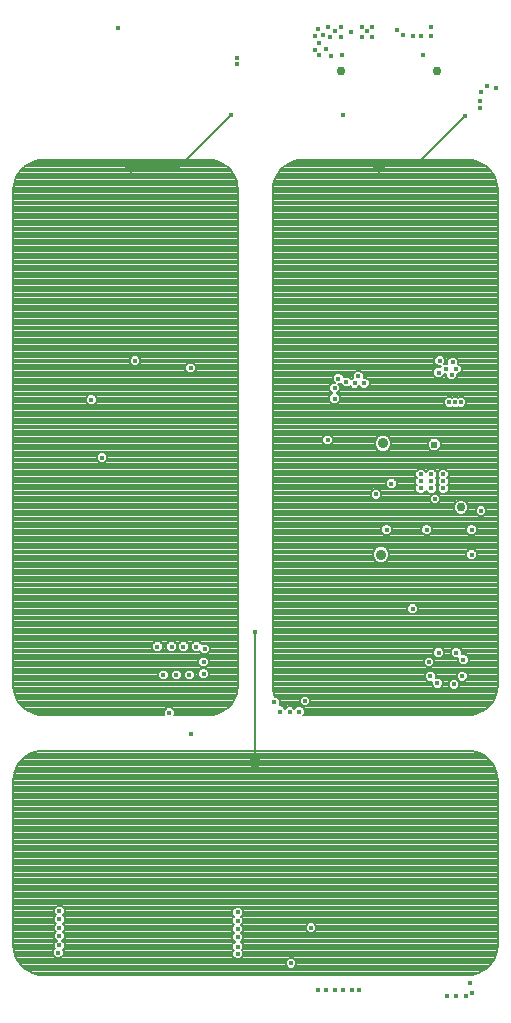
<source format=gbl>
G75*
%MOIN*%
%OFA0B0*%
%FSLAX25Y25*%
%IPPOS*%
%LPD*%
%AMOC8*
5,1,8,0,0,1.08239X$1,22.5*
%
%ADD10C,0.03937*%
%ADD11C,0.01587*%
%ADD12C,0.02953*%
%ADD13C,0.03543*%
%ADD14C,0.02375*%
%ADD15C,0.00787*%
D10*
X0129346Y0143126D03*
X0088008Y0341551D03*
X0170685Y0341551D03*
D11*
X0158480Y0358874D03*
X0154543Y0378559D03*
X0152969Y0380921D03*
X0150606Y0378953D03*
X0149031Y0380528D03*
X0150606Y0382890D03*
X0149031Y0385252D03*
X0150213Y0387614D03*
X0151787Y0385646D03*
X0154150Y0384858D03*
X0155724Y0386827D03*
X0157693Y0388402D03*
X0157693Y0384858D03*
X0161236Y0386433D03*
X0164780Y0384858D03*
X0166354Y0386827D03*
X0164780Y0388402D03*
X0168323Y0388402D03*
X0168323Y0384858D03*
X0176591Y0387220D03*
X0178559Y0385646D03*
X0181709Y0385252D03*
X0184465Y0385252D03*
X0188008Y0385252D03*
X0188008Y0388402D03*
X0185252Y0378953D03*
X0199031Y0358480D03*
X0204150Y0361236D03*
X0204150Y0363598D03*
X0204543Y0366748D03*
X0206512Y0368717D03*
X0209661Y0367929D03*
X0158087Y0378953D03*
X0153362Y0388402D03*
X0123047Y0377772D03*
X0123047Y0375803D03*
X0121079Y0358874D03*
X0083677Y0388008D03*
X0089189Y0276984D03*
X0074622Y0263992D03*
X0078165Y0244701D03*
X0107693Y0274622D03*
X0153362Y0250606D03*
X0155724Y0264386D03*
X0155724Y0267929D03*
X0156906Y0271079D03*
X0159661Y0269898D03*
X0162417Y0269504D03*
X0163598Y0271866D03*
X0165567Y0269504D03*
X0184465Y0239189D03*
X0184465Y0236827D03*
X0184465Y0234465D03*
X0188008Y0234465D03*
X0188008Y0236827D03*
X0188008Y0239189D03*
X0191945Y0239189D03*
X0191945Y0236827D03*
X0191945Y0234465D03*
X0189189Y0230921D03*
X0186433Y0220685D03*
X0174622Y0236039D03*
X0169504Y0232496D03*
X0173047Y0220685D03*
X0181709Y0194307D03*
X0190370Y0179740D03*
X0187220Y0176591D03*
X0187614Y0171866D03*
X0189976Y0169504D03*
X0195488Y0169110D03*
X0198244Y0171866D03*
X0198638Y0177378D03*
X0196276Y0179740D03*
X0201394Y0212417D03*
X0201394Y0220685D03*
X0204543Y0226984D03*
X0197850Y0263205D03*
X0195882Y0263205D03*
X0193913Y0263205D03*
X0194701Y0272260D03*
X0196276Y0274228D03*
X0195094Y0276591D03*
X0192732Y0274228D03*
X0190370Y0273047D03*
X0190764Y0276984D03*
X0129346Y0186433D03*
X0112417Y0180921D03*
X0109661Y0181709D03*
X0105331Y0181709D03*
X0101394Y0181709D03*
X0096669Y0181709D03*
X0098638Y0172260D03*
X0102969Y0172260D03*
X0107299Y0172260D03*
X0112024Y0172654D03*
X0112024Y0176591D03*
X0100606Y0159661D03*
X0107693Y0152575D03*
X0135646Y0163205D03*
X0137614Y0160055D03*
X0140764Y0160055D03*
X0143913Y0160055D03*
X0145882Y0163598D03*
X0123441Y0093126D03*
X0123441Y0090370D03*
X0123441Y0087614D03*
X0123441Y0084858D03*
X0123441Y0081709D03*
X0123441Y0079346D03*
X0141157Y0076197D03*
X0147850Y0088008D03*
X0150213Y0067142D03*
X0152969Y0067142D03*
X0155724Y0067142D03*
X0158480Y0067142D03*
X0161630Y0067142D03*
X0163992Y0067142D03*
X0193126Y0065173D03*
X0196276Y0065173D03*
X0199425Y0065173D03*
X0201394Y0066354D03*
X0201000Y0069504D03*
X0063992Y0082102D03*
X0063598Y0079740D03*
X0063992Y0085252D03*
X0063992Y0088008D03*
X0063992Y0090764D03*
X0063992Y0093520D03*
D12*
X0197850Y0228165D03*
X0189976Y0373441D03*
X0157693Y0373441D03*
D13*
X0171866Y0249425D03*
X0171222Y0212417D03*
D14*
X0188909Y0249031D03*
D15*
X0050200Y0076781D02*
X0051042Y0075657D01*
X0052035Y0074664D01*
X0053159Y0073822D01*
X0054392Y0073149D01*
X0055707Y0072659D01*
X0057080Y0072360D01*
X0058480Y0072260D01*
X0200213Y0072260D01*
X0201613Y0072360D01*
X0202986Y0072659D01*
X0204301Y0073149D01*
X0205534Y0073822D01*
X0206658Y0074664D01*
X0207651Y0075657D01*
X0208493Y0076781D01*
X0209166Y0078014D01*
X0209656Y0079329D01*
X0209955Y0080702D01*
X0210055Y0082102D01*
X0210055Y0137220D01*
X0209955Y0138621D01*
X0209656Y0139993D01*
X0209166Y0141309D01*
X0208493Y0142542D01*
X0207651Y0143666D01*
X0206658Y0144659D01*
X0205534Y0145501D01*
X0204301Y0146174D01*
X0202986Y0146664D01*
X0201613Y0146963D01*
X0200213Y0147063D01*
X0058480Y0147063D01*
X0057080Y0146963D01*
X0055707Y0146664D01*
X0054392Y0146174D01*
X0053159Y0145501D01*
X0052035Y0144659D01*
X0051042Y0143666D01*
X0050200Y0142542D01*
X0049527Y0141309D01*
X0049036Y0139993D01*
X0048738Y0138621D01*
X0048638Y0137220D01*
X0048638Y0082102D01*
X0048738Y0080702D01*
X0049036Y0079329D01*
X0049527Y0078014D01*
X0050200Y0076781D01*
X0050131Y0076908D02*
X0139370Y0076908D01*
X0139370Y0076937D02*
X0139370Y0075456D01*
X0140417Y0074409D01*
X0141898Y0074409D01*
X0142945Y0075456D01*
X0142945Y0076937D01*
X0141898Y0077984D01*
X0140417Y0077984D01*
X0139370Y0076937D01*
X0139370Y0076122D02*
X0050693Y0076122D01*
X0051362Y0075337D02*
X0139490Y0075337D01*
X0140276Y0074551D02*
X0052186Y0074551D01*
X0053265Y0073765D02*
X0205428Y0073765D01*
X0206507Y0074551D02*
X0142039Y0074551D01*
X0142825Y0075337D02*
X0207331Y0075337D01*
X0208000Y0076122D02*
X0142945Y0076122D01*
X0142945Y0076908D02*
X0208562Y0076908D01*
X0208991Y0077694D02*
X0142188Y0077694D01*
X0140127Y0077694D02*
X0124316Y0077694D01*
X0124181Y0077559D02*
X0125228Y0078606D01*
X0125228Y0080087D01*
X0124788Y0080528D01*
X0125228Y0080968D01*
X0125228Y0082449D01*
X0124394Y0083283D01*
X0125228Y0084118D01*
X0125228Y0085599D01*
X0124591Y0086236D01*
X0125228Y0086874D01*
X0125228Y0088355D01*
X0124591Y0088992D01*
X0125228Y0089630D01*
X0125228Y0091110D01*
X0124591Y0091748D01*
X0125228Y0092386D01*
X0125228Y0093866D01*
X0124181Y0094913D01*
X0122701Y0094913D01*
X0121654Y0093866D01*
X0121654Y0092386D01*
X0122291Y0091748D01*
X0121654Y0091110D01*
X0121654Y0089630D01*
X0122291Y0088992D01*
X0121654Y0088355D01*
X0121654Y0086874D01*
X0122291Y0086236D01*
X0121654Y0085599D01*
X0121654Y0084118D01*
X0122488Y0083283D01*
X0121654Y0082449D01*
X0121654Y0080968D01*
X0122094Y0080528D01*
X0121654Y0080087D01*
X0121654Y0078606D01*
X0122701Y0077559D01*
X0124181Y0077559D01*
X0125102Y0078480D02*
X0209340Y0078480D01*
X0209633Y0079266D02*
X0125228Y0079266D01*
X0125228Y0080052D02*
X0209814Y0080052D01*
X0209965Y0080838D02*
X0125098Y0080838D01*
X0125228Y0081624D02*
X0210021Y0081624D01*
X0210055Y0082410D02*
X0125228Y0082410D01*
X0124482Y0083196D02*
X0210055Y0083196D01*
X0210055Y0083982D02*
X0125092Y0083982D01*
X0125228Y0084767D02*
X0210055Y0084767D01*
X0210055Y0085553D02*
X0125228Y0085553D01*
X0124694Y0086339D02*
X0146991Y0086339D01*
X0147110Y0086220D02*
X0148591Y0086220D01*
X0149638Y0087267D01*
X0149638Y0088748D01*
X0148591Y0089795D01*
X0147110Y0089795D01*
X0146063Y0088748D01*
X0146063Y0087267D01*
X0147110Y0086220D01*
X0146205Y0087125D02*
X0125228Y0087125D01*
X0125228Y0087911D02*
X0146063Y0087911D01*
X0146063Y0088697D02*
X0124886Y0088697D01*
X0125082Y0089483D02*
X0146798Y0089483D01*
X0148903Y0089483D02*
X0210055Y0089483D01*
X0210055Y0090269D02*
X0125228Y0090269D01*
X0125228Y0091055D02*
X0210055Y0091055D01*
X0210055Y0091841D02*
X0124683Y0091841D01*
X0125228Y0092627D02*
X0210055Y0092627D01*
X0210055Y0093412D02*
X0125228Y0093412D01*
X0124896Y0094198D02*
X0210055Y0094198D01*
X0210055Y0094984D02*
X0065055Y0094984D01*
X0064732Y0095307D02*
X0065780Y0094260D01*
X0065780Y0092779D01*
X0065142Y0092142D01*
X0065780Y0091504D01*
X0065780Y0090023D01*
X0065142Y0089386D01*
X0065780Y0088748D01*
X0065780Y0087267D01*
X0065142Y0086630D01*
X0065780Y0085992D01*
X0065780Y0084512D01*
X0064945Y0083677D01*
X0065780Y0082843D01*
X0065780Y0081362D01*
X0065142Y0080724D01*
X0065386Y0080481D01*
X0065386Y0079000D01*
X0064339Y0077953D01*
X0062858Y0077953D01*
X0061811Y0079000D01*
X0061811Y0080481D01*
X0062449Y0081118D01*
X0062205Y0081362D01*
X0062205Y0082843D01*
X0063039Y0083677D01*
X0062205Y0084512D01*
X0062205Y0085992D01*
X0062842Y0086630D01*
X0062205Y0087267D01*
X0062205Y0088748D01*
X0062842Y0089386D01*
X0062205Y0090023D01*
X0062205Y0091504D01*
X0062842Y0092142D01*
X0062205Y0092779D01*
X0062205Y0094260D01*
X0063252Y0095307D01*
X0064732Y0095307D01*
X0065780Y0094198D02*
X0121986Y0094198D01*
X0121654Y0093412D02*
X0065780Y0093412D01*
X0065627Y0092627D02*
X0121654Y0092627D01*
X0122198Y0091841D02*
X0065443Y0091841D01*
X0065780Y0091055D02*
X0121654Y0091055D01*
X0121654Y0090269D02*
X0065780Y0090269D01*
X0065239Y0089483D02*
X0121800Y0089483D01*
X0121996Y0088697D02*
X0065780Y0088697D01*
X0065780Y0087911D02*
X0121654Y0087911D01*
X0121654Y0087125D02*
X0065637Y0087125D01*
X0065433Y0086339D02*
X0122188Y0086339D01*
X0121654Y0085553D02*
X0065780Y0085553D01*
X0065780Y0084767D02*
X0121654Y0084767D01*
X0121790Y0083982D02*
X0065249Y0083982D01*
X0065427Y0083196D02*
X0122400Y0083196D01*
X0121654Y0082410D02*
X0065780Y0082410D01*
X0065780Y0081624D02*
X0121654Y0081624D01*
X0121784Y0080838D02*
X0065255Y0080838D01*
X0065386Y0080052D02*
X0121654Y0080052D01*
X0121654Y0079266D02*
X0065386Y0079266D01*
X0064866Y0078480D02*
X0121779Y0078480D01*
X0122565Y0077694D02*
X0049702Y0077694D01*
X0049353Y0078480D02*
X0062331Y0078480D01*
X0061811Y0079266D02*
X0049060Y0079266D01*
X0048879Y0080052D02*
X0061811Y0080052D01*
X0062168Y0080838D02*
X0048728Y0080838D01*
X0048672Y0081624D02*
X0062205Y0081624D01*
X0062205Y0082410D02*
X0048638Y0082410D01*
X0048638Y0083196D02*
X0062558Y0083196D01*
X0062735Y0083982D02*
X0048638Y0083982D01*
X0048638Y0084767D02*
X0062205Y0084767D01*
X0062205Y0085553D02*
X0048638Y0085553D01*
X0048638Y0086339D02*
X0062552Y0086339D01*
X0062347Y0087125D02*
X0048638Y0087125D01*
X0048638Y0087911D02*
X0062205Y0087911D01*
X0062205Y0088697D02*
X0048638Y0088697D01*
X0048638Y0089483D02*
X0062745Y0089483D01*
X0062205Y0090269D02*
X0048638Y0090269D01*
X0048638Y0091055D02*
X0062205Y0091055D01*
X0062541Y0091841D02*
X0048638Y0091841D01*
X0048638Y0092627D02*
X0062357Y0092627D01*
X0062205Y0093412D02*
X0048638Y0093412D01*
X0048638Y0094198D02*
X0062205Y0094198D01*
X0062929Y0094984D02*
X0048638Y0094984D01*
X0048638Y0095770D02*
X0210055Y0095770D01*
X0210055Y0096556D02*
X0048638Y0096556D01*
X0048638Y0097342D02*
X0210055Y0097342D01*
X0210055Y0098128D02*
X0048638Y0098128D01*
X0048638Y0098914D02*
X0210055Y0098914D01*
X0210055Y0099700D02*
X0048638Y0099700D01*
X0048638Y0100486D02*
X0210055Y0100486D01*
X0210055Y0101272D02*
X0048638Y0101272D01*
X0048638Y0102058D02*
X0210055Y0102058D01*
X0210055Y0102843D02*
X0048638Y0102843D01*
X0048638Y0103629D02*
X0210055Y0103629D01*
X0210055Y0104415D02*
X0048638Y0104415D01*
X0048638Y0105201D02*
X0210055Y0105201D01*
X0210055Y0105987D02*
X0048638Y0105987D01*
X0048638Y0106773D02*
X0210055Y0106773D01*
X0210055Y0107559D02*
X0048638Y0107559D01*
X0048638Y0108345D02*
X0210055Y0108345D01*
X0210055Y0109131D02*
X0048638Y0109131D01*
X0048638Y0109917D02*
X0210055Y0109917D01*
X0210055Y0110703D02*
X0048638Y0110703D01*
X0048638Y0111488D02*
X0210055Y0111488D01*
X0210055Y0112274D02*
X0048638Y0112274D01*
X0048638Y0113060D02*
X0210055Y0113060D01*
X0210055Y0113846D02*
X0048638Y0113846D01*
X0048638Y0114632D02*
X0210055Y0114632D01*
X0210055Y0115418D02*
X0048638Y0115418D01*
X0048638Y0116204D02*
X0210055Y0116204D01*
X0210055Y0116990D02*
X0048638Y0116990D01*
X0048638Y0117776D02*
X0210055Y0117776D01*
X0210055Y0118562D02*
X0048638Y0118562D01*
X0048638Y0119348D02*
X0210055Y0119348D01*
X0210055Y0120134D02*
X0048638Y0120134D01*
X0048638Y0120919D02*
X0210055Y0120919D01*
X0210055Y0121705D02*
X0048638Y0121705D01*
X0048638Y0122491D02*
X0210055Y0122491D01*
X0210055Y0123277D02*
X0048638Y0123277D01*
X0048638Y0124063D02*
X0210055Y0124063D01*
X0210055Y0124849D02*
X0048638Y0124849D01*
X0048638Y0125635D02*
X0210055Y0125635D01*
X0210055Y0126421D02*
X0048638Y0126421D01*
X0048638Y0127207D02*
X0210055Y0127207D01*
X0210055Y0127993D02*
X0048638Y0127993D01*
X0048638Y0128779D02*
X0210055Y0128779D01*
X0210055Y0129564D02*
X0048638Y0129564D01*
X0048638Y0130350D02*
X0210055Y0130350D01*
X0210055Y0131136D02*
X0048638Y0131136D01*
X0048638Y0131922D02*
X0210055Y0131922D01*
X0210055Y0132708D02*
X0048638Y0132708D01*
X0048638Y0133494D02*
X0210055Y0133494D01*
X0210055Y0134280D02*
X0048638Y0134280D01*
X0048638Y0135066D02*
X0210055Y0135066D01*
X0210055Y0135852D02*
X0048638Y0135852D01*
X0048638Y0136638D02*
X0210055Y0136638D01*
X0210041Y0137424D02*
X0048652Y0137424D01*
X0048709Y0138210D02*
X0209984Y0138210D01*
X0209874Y0138995D02*
X0048819Y0138995D01*
X0048990Y0139781D02*
X0209703Y0139781D01*
X0209442Y0140567D02*
X0049251Y0140567D01*
X0049551Y0141353D02*
X0209142Y0141353D01*
X0208713Y0142139D02*
X0049980Y0142139D01*
X0050487Y0142925D02*
X0208206Y0142925D01*
X0207606Y0143711D02*
X0051087Y0143711D01*
X0051873Y0144497D02*
X0206820Y0144497D01*
X0205825Y0145283D02*
X0052868Y0145283D01*
X0054199Y0146069D02*
X0204493Y0146069D01*
X0202111Y0146855D02*
X0056582Y0146855D01*
X0057080Y0158974D02*
X0055707Y0159273D01*
X0054392Y0159763D01*
X0053159Y0160436D01*
X0052035Y0161278D01*
X0051042Y0162271D01*
X0050200Y0163395D01*
X0049527Y0164628D01*
X0049036Y0165944D01*
X0048738Y0167316D01*
X0048638Y0168717D01*
X0048638Y0334071D01*
X0048738Y0335472D01*
X0049036Y0336844D01*
X0049527Y0338160D01*
X0050200Y0339392D01*
X0051042Y0340516D01*
X0052035Y0341509D01*
X0053159Y0342351D01*
X0054392Y0343024D01*
X0055707Y0343515D01*
X0057080Y0343813D01*
X0058480Y0343913D01*
X0113598Y0343913D01*
X0114999Y0343813D01*
X0116371Y0343515D01*
X0117687Y0343024D01*
X0118920Y0342351D01*
X0120044Y0341509D01*
X0121037Y0340516D01*
X0121878Y0339392D01*
X0122552Y0338160D01*
X0123042Y0336844D01*
X0123341Y0335472D01*
X0123441Y0334071D01*
X0123441Y0168717D01*
X0123341Y0167316D01*
X0123042Y0165944D01*
X0122552Y0164628D01*
X0121878Y0163395D01*
X0121037Y0162271D01*
X0120044Y0161278D01*
X0118920Y0160436D01*
X0117687Y0159763D01*
X0116371Y0159273D01*
X0114999Y0158974D01*
X0113598Y0158874D01*
X0102347Y0158874D01*
X0102394Y0158921D01*
X0102394Y0160402D01*
X0101347Y0161449D01*
X0099866Y0161449D01*
X0098819Y0160402D01*
X0098819Y0158921D01*
X0098866Y0158874D01*
X0058480Y0158874D01*
X0057080Y0158974D01*
X0055288Y0159429D02*
X0098819Y0159429D01*
X0098819Y0160215D02*
X0053564Y0160215D01*
X0052405Y0161001D02*
X0099418Y0161001D01*
X0101794Y0161001D02*
X0119674Y0161001D01*
X0120553Y0161787D02*
X0051526Y0161787D01*
X0050816Y0162573D02*
X0121263Y0162573D01*
X0121851Y0163359D02*
X0050228Y0163359D01*
X0049791Y0164145D02*
X0122288Y0164145D01*
X0122664Y0164931D02*
X0049414Y0164931D01*
X0049121Y0165716D02*
X0122958Y0165716D01*
X0123164Y0166502D02*
X0048915Y0166502D01*
X0048744Y0167288D02*
X0123335Y0167288D01*
X0123395Y0168074D02*
X0048684Y0168074D01*
X0048638Y0168860D02*
X0123441Y0168860D01*
X0123441Y0169646D02*
X0048638Y0169646D01*
X0048638Y0170432D02*
X0123441Y0170432D01*
X0123441Y0171218D02*
X0113116Y0171218D01*
X0112764Y0170866D02*
X0113811Y0171913D01*
X0113811Y0173394D01*
X0112764Y0174441D01*
X0111283Y0174441D01*
X0110236Y0173394D01*
X0110236Y0171913D01*
X0111283Y0170866D01*
X0112764Y0170866D01*
X0113811Y0172004D02*
X0123441Y0172004D01*
X0123441Y0172790D02*
X0113811Y0172790D01*
X0113629Y0173576D02*
X0123441Y0173576D01*
X0123441Y0174362D02*
X0112843Y0174362D01*
X0112764Y0174803D02*
X0113811Y0175850D01*
X0113811Y0177331D01*
X0112764Y0178378D01*
X0111283Y0178378D01*
X0110236Y0177331D01*
X0110236Y0175850D01*
X0111283Y0174803D01*
X0112764Y0174803D01*
X0113108Y0175147D02*
X0123441Y0175147D01*
X0123441Y0175933D02*
X0113811Y0175933D01*
X0113811Y0176719D02*
X0123441Y0176719D01*
X0123441Y0177505D02*
X0113637Y0177505D01*
X0112851Y0178291D02*
X0123441Y0178291D01*
X0123441Y0179077D02*
X0048638Y0179077D01*
X0048638Y0179863D02*
X0110948Y0179863D01*
X0110646Y0180165D02*
X0111677Y0179134D01*
X0113158Y0179134D01*
X0114205Y0180181D01*
X0114205Y0181662D01*
X0113158Y0182709D01*
X0111677Y0182709D01*
X0111433Y0182465D01*
X0110402Y0183496D01*
X0108921Y0183496D01*
X0107874Y0182449D01*
X0107874Y0180968D01*
X0108921Y0179921D01*
X0110402Y0179921D01*
X0110646Y0180165D01*
X0111196Y0178291D02*
X0048638Y0178291D01*
X0048638Y0177505D02*
X0110410Y0177505D01*
X0110236Y0176719D02*
X0048638Y0176719D01*
X0048638Y0175933D02*
X0110236Y0175933D01*
X0110939Y0175147D02*
X0048638Y0175147D01*
X0048638Y0174362D02*
X0111204Y0174362D01*
X0110418Y0173576D02*
X0108511Y0173576D01*
X0108040Y0174047D02*
X0106559Y0174047D01*
X0105512Y0173000D01*
X0105512Y0171519D01*
X0106559Y0170472D01*
X0108040Y0170472D01*
X0109087Y0171519D01*
X0109087Y0173000D01*
X0108040Y0174047D01*
X0109087Y0172790D02*
X0110236Y0172790D01*
X0110236Y0172004D02*
X0109087Y0172004D01*
X0108785Y0171218D02*
X0110932Y0171218D01*
X0105813Y0171218D02*
X0104454Y0171218D01*
X0104756Y0171519D02*
X0103709Y0170472D01*
X0102228Y0170472D01*
X0101181Y0171519D01*
X0101181Y0173000D01*
X0102228Y0174047D01*
X0103709Y0174047D01*
X0104756Y0173000D01*
X0104756Y0171519D01*
X0104756Y0172004D02*
X0105512Y0172004D01*
X0105512Y0172790D02*
X0104756Y0172790D01*
X0104180Y0173576D02*
X0106087Y0173576D01*
X0101757Y0173576D02*
X0099850Y0173576D01*
X0099378Y0174047D02*
X0097897Y0174047D01*
X0096850Y0173000D01*
X0096850Y0171519D01*
X0097897Y0170472D01*
X0099378Y0170472D01*
X0100425Y0171519D01*
X0100425Y0173000D01*
X0099378Y0174047D01*
X0100425Y0172790D02*
X0101181Y0172790D01*
X0101181Y0172004D02*
X0100425Y0172004D01*
X0100124Y0171218D02*
X0101483Y0171218D01*
X0097152Y0171218D02*
X0048638Y0171218D01*
X0048638Y0172004D02*
X0096850Y0172004D01*
X0096850Y0172790D02*
X0048638Y0172790D01*
X0048638Y0173576D02*
X0097426Y0173576D01*
X0097410Y0179921D02*
X0095929Y0179921D01*
X0094882Y0180968D01*
X0094882Y0182449D01*
X0095929Y0183496D01*
X0097410Y0183496D01*
X0098457Y0182449D01*
X0098457Y0180968D01*
X0097410Y0179921D01*
X0098137Y0180649D02*
X0099926Y0180649D01*
X0099606Y0180968D02*
X0100653Y0179921D01*
X0102134Y0179921D01*
X0103181Y0180968D01*
X0103181Y0182449D01*
X0102134Y0183496D01*
X0100653Y0183496D01*
X0099606Y0182449D01*
X0099606Y0180968D01*
X0099606Y0181435D02*
X0098457Y0181435D01*
X0098457Y0182221D02*
X0099606Y0182221D01*
X0100164Y0183007D02*
X0097899Y0183007D01*
X0095439Y0183007D02*
X0048638Y0183007D01*
X0048638Y0183792D02*
X0123441Y0183792D01*
X0123441Y0183007D02*
X0110891Y0183007D01*
X0108432Y0183007D02*
X0106561Y0183007D01*
X0106071Y0183496D02*
X0104590Y0183496D01*
X0103543Y0182449D01*
X0103543Y0180968D01*
X0104590Y0179921D01*
X0106071Y0179921D01*
X0107118Y0180968D01*
X0107118Y0182449D01*
X0106071Y0183496D01*
X0107118Y0182221D02*
X0107874Y0182221D01*
X0107874Y0181435D02*
X0107118Y0181435D01*
X0106799Y0180649D02*
X0108193Y0180649D01*
X0104101Y0183007D02*
X0102624Y0183007D01*
X0103181Y0182221D02*
X0103543Y0182221D01*
X0103543Y0181435D02*
X0103181Y0181435D01*
X0102862Y0180649D02*
X0103863Y0180649D01*
X0095201Y0180649D02*
X0048638Y0180649D01*
X0048638Y0181435D02*
X0094882Y0181435D01*
X0094882Y0182221D02*
X0048638Y0182221D01*
X0048638Y0184578D02*
X0123441Y0184578D01*
X0123441Y0185364D02*
X0048638Y0185364D01*
X0048638Y0186150D02*
X0123441Y0186150D01*
X0123441Y0186936D02*
X0048638Y0186936D01*
X0048638Y0187722D02*
X0123441Y0187722D01*
X0123441Y0188508D02*
X0048638Y0188508D01*
X0048638Y0189294D02*
X0123441Y0189294D01*
X0123441Y0190080D02*
X0048638Y0190080D01*
X0048638Y0190866D02*
X0123441Y0190866D01*
X0123441Y0191652D02*
X0048638Y0191652D01*
X0048638Y0192438D02*
X0123441Y0192438D01*
X0123441Y0193223D02*
X0048638Y0193223D01*
X0048638Y0194009D02*
X0123441Y0194009D01*
X0123441Y0194795D02*
X0048638Y0194795D01*
X0048638Y0195581D02*
X0123441Y0195581D01*
X0123441Y0196367D02*
X0048638Y0196367D01*
X0048638Y0197153D02*
X0123441Y0197153D01*
X0123441Y0197939D02*
X0048638Y0197939D01*
X0048638Y0198725D02*
X0123441Y0198725D01*
X0123441Y0199511D02*
X0048638Y0199511D01*
X0048638Y0200297D02*
X0123441Y0200297D01*
X0123441Y0201083D02*
X0048638Y0201083D01*
X0048638Y0201868D02*
X0123441Y0201868D01*
X0123441Y0202654D02*
X0048638Y0202654D01*
X0048638Y0203440D02*
X0123441Y0203440D01*
X0123441Y0204226D02*
X0048638Y0204226D01*
X0048638Y0205012D02*
X0123441Y0205012D01*
X0123441Y0205798D02*
X0048638Y0205798D01*
X0048638Y0206584D02*
X0123441Y0206584D01*
X0123441Y0207370D02*
X0048638Y0207370D01*
X0048638Y0208156D02*
X0123441Y0208156D01*
X0123441Y0208942D02*
X0048638Y0208942D01*
X0048638Y0209728D02*
X0123441Y0209728D01*
X0123441Y0210514D02*
X0048638Y0210514D01*
X0048638Y0211299D02*
X0123441Y0211299D01*
X0123441Y0212085D02*
X0048638Y0212085D01*
X0048638Y0212871D02*
X0123441Y0212871D01*
X0123441Y0213657D02*
X0048638Y0213657D01*
X0048638Y0214443D02*
X0123441Y0214443D01*
X0123441Y0215229D02*
X0048638Y0215229D01*
X0048638Y0216015D02*
X0123441Y0216015D01*
X0123441Y0216801D02*
X0048638Y0216801D01*
X0048638Y0217587D02*
X0123441Y0217587D01*
X0123441Y0218373D02*
X0048638Y0218373D01*
X0048638Y0219159D02*
X0123441Y0219159D01*
X0123441Y0219944D02*
X0048638Y0219944D01*
X0048638Y0220730D02*
X0123441Y0220730D01*
X0123441Y0221516D02*
X0048638Y0221516D01*
X0048638Y0222302D02*
X0123441Y0222302D01*
X0123441Y0223088D02*
X0048638Y0223088D01*
X0048638Y0223874D02*
X0123441Y0223874D01*
X0123441Y0224660D02*
X0048638Y0224660D01*
X0048638Y0225446D02*
X0123441Y0225446D01*
X0123441Y0226232D02*
X0048638Y0226232D01*
X0048638Y0227018D02*
X0123441Y0227018D01*
X0123441Y0227804D02*
X0048638Y0227804D01*
X0048638Y0228590D02*
X0123441Y0228590D01*
X0123441Y0229375D02*
X0048638Y0229375D01*
X0048638Y0230161D02*
X0123441Y0230161D01*
X0123441Y0230947D02*
X0048638Y0230947D01*
X0048638Y0231733D02*
X0123441Y0231733D01*
X0123441Y0232519D02*
X0048638Y0232519D01*
X0048638Y0233305D02*
X0123441Y0233305D01*
X0123441Y0234091D02*
X0048638Y0234091D01*
X0048638Y0234877D02*
X0123441Y0234877D01*
X0123441Y0235663D02*
X0048638Y0235663D01*
X0048638Y0236449D02*
X0123441Y0236449D01*
X0123441Y0237235D02*
X0048638Y0237235D01*
X0048638Y0238020D02*
X0123441Y0238020D01*
X0123441Y0238806D02*
X0048638Y0238806D01*
X0048638Y0239592D02*
X0123441Y0239592D01*
X0123441Y0240378D02*
X0048638Y0240378D01*
X0048638Y0241164D02*
X0123441Y0241164D01*
X0123441Y0241950D02*
X0048638Y0241950D01*
X0048638Y0242736D02*
X0123441Y0242736D01*
X0123441Y0243522D02*
X0079514Y0243522D01*
X0079953Y0243960D02*
X0078906Y0242913D01*
X0077425Y0242913D01*
X0076378Y0243960D01*
X0076378Y0245441D01*
X0077425Y0246488D01*
X0078906Y0246488D01*
X0079953Y0245441D01*
X0079953Y0243960D01*
X0079953Y0244308D02*
X0123441Y0244308D01*
X0123441Y0245094D02*
X0079953Y0245094D01*
X0079514Y0245880D02*
X0123441Y0245880D01*
X0123441Y0246666D02*
X0048638Y0246666D01*
X0048638Y0247451D02*
X0123441Y0247451D01*
X0123441Y0248237D02*
X0048638Y0248237D01*
X0048638Y0249023D02*
X0123441Y0249023D01*
X0123441Y0249809D02*
X0048638Y0249809D01*
X0048638Y0250595D02*
X0123441Y0250595D01*
X0123441Y0251381D02*
X0048638Y0251381D01*
X0048638Y0252167D02*
X0123441Y0252167D01*
X0123441Y0252953D02*
X0048638Y0252953D01*
X0048638Y0253739D02*
X0123441Y0253739D01*
X0123441Y0254525D02*
X0048638Y0254525D01*
X0048638Y0255311D02*
X0123441Y0255311D01*
X0123441Y0256096D02*
X0048638Y0256096D01*
X0048638Y0256882D02*
X0123441Y0256882D01*
X0123441Y0257668D02*
X0048638Y0257668D01*
X0048638Y0258454D02*
X0123441Y0258454D01*
X0123441Y0259240D02*
X0048638Y0259240D01*
X0048638Y0260026D02*
X0123441Y0260026D01*
X0123441Y0260812D02*
X0048638Y0260812D01*
X0048638Y0261598D02*
X0123441Y0261598D01*
X0123441Y0262384D02*
X0075541Y0262384D01*
X0075362Y0262205D02*
X0076409Y0263252D01*
X0076409Y0264732D01*
X0075362Y0265780D01*
X0073882Y0265780D01*
X0072835Y0264732D01*
X0072835Y0263252D01*
X0073882Y0262205D01*
X0075362Y0262205D01*
X0076327Y0263170D02*
X0123441Y0263170D01*
X0123441Y0263956D02*
X0076409Y0263956D01*
X0076400Y0264742D02*
X0123441Y0264742D01*
X0123441Y0265527D02*
X0075615Y0265527D01*
X0073630Y0265527D02*
X0048638Y0265527D01*
X0048638Y0264742D02*
X0072844Y0264742D01*
X0072835Y0263956D02*
X0048638Y0263956D01*
X0048638Y0263170D02*
X0072917Y0263170D01*
X0073703Y0262384D02*
X0048638Y0262384D01*
X0048638Y0266313D02*
X0123441Y0266313D01*
X0123441Y0267099D02*
X0048638Y0267099D01*
X0048638Y0267885D02*
X0123441Y0267885D01*
X0123441Y0268671D02*
X0048638Y0268671D01*
X0048638Y0269457D02*
X0123441Y0269457D01*
X0123441Y0270243D02*
X0048638Y0270243D01*
X0048638Y0271029D02*
X0123441Y0271029D01*
X0123441Y0271815D02*
X0048638Y0271815D01*
X0048638Y0272601D02*
X0123441Y0272601D01*
X0123441Y0273387D02*
X0108985Y0273387D01*
X0109480Y0273882D02*
X0108433Y0272835D01*
X0106953Y0272835D01*
X0105906Y0273882D01*
X0105906Y0275362D01*
X0106953Y0276409D01*
X0108433Y0276409D01*
X0109480Y0275362D01*
X0109480Y0273882D01*
X0109480Y0274172D02*
X0123441Y0274172D01*
X0123441Y0274958D02*
X0109480Y0274958D01*
X0109098Y0275744D02*
X0123441Y0275744D01*
X0123441Y0276530D02*
X0090976Y0276530D01*
X0090976Y0276244D02*
X0090976Y0277725D01*
X0089929Y0278772D01*
X0088449Y0278772D01*
X0087402Y0277725D01*
X0087402Y0276244D01*
X0088449Y0275197D01*
X0089929Y0275197D01*
X0090976Y0276244D01*
X0090477Y0275744D02*
X0106287Y0275744D01*
X0105906Y0274958D02*
X0048638Y0274958D01*
X0048638Y0274172D02*
X0105906Y0274172D01*
X0106401Y0273387D02*
X0048638Y0273387D01*
X0048638Y0275744D02*
X0087901Y0275744D01*
X0087402Y0276530D02*
X0048638Y0276530D01*
X0048638Y0277316D02*
X0087402Y0277316D01*
X0087779Y0278102D02*
X0048638Y0278102D01*
X0048638Y0278888D02*
X0123441Y0278888D01*
X0123441Y0279674D02*
X0048638Y0279674D01*
X0048638Y0280460D02*
X0123441Y0280460D01*
X0123441Y0281246D02*
X0048638Y0281246D01*
X0048638Y0282032D02*
X0123441Y0282032D01*
X0123441Y0282818D02*
X0048638Y0282818D01*
X0048638Y0283603D02*
X0123441Y0283603D01*
X0123441Y0284389D02*
X0048638Y0284389D01*
X0048638Y0285175D02*
X0123441Y0285175D01*
X0123441Y0285961D02*
X0048638Y0285961D01*
X0048638Y0286747D02*
X0123441Y0286747D01*
X0123441Y0287533D02*
X0048638Y0287533D01*
X0048638Y0288319D02*
X0123441Y0288319D01*
X0123441Y0289105D02*
X0048638Y0289105D01*
X0048638Y0289891D02*
X0123441Y0289891D01*
X0123441Y0290677D02*
X0048638Y0290677D01*
X0048638Y0291463D02*
X0123441Y0291463D01*
X0123441Y0292248D02*
X0048638Y0292248D01*
X0048638Y0293034D02*
X0123441Y0293034D01*
X0123441Y0293820D02*
X0048638Y0293820D01*
X0048638Y0294606D02*
X0123441Y0294606D01*
X0123441Y0295392D02*
X0048638Y0295392D01*
X0048638Y0296178D02*
X0123441Y0296178D01*
X0123441Y0296964D02*
X0048638Y0296964D01*
X0048638Y0297750D02*
X0123441Y0297750D01*
X0123441Y0298536D02*
X0048638Y0298536D01*
X0048638Y0299322D02*
X0123441Y0299322D01*
X0123441Y0300108D02*
X0048638Y0300108D01*
X0048638Y0300894D02*
X0123441Y0300894D01*
X0123441Y0301679D02*
X0048638Y0301679D01*
X0048638Y0302465D02*
X0123441Y0302465D01*
X0123441Y0303251D02*
X0048638Y0303251D01*
X0048638Y0304037D02*
X0123441Y0304037D01*
X0123441Y0304823D02*
X0048638Y0304823D01*
X0048638Y0305609D02*
X0123441Y0305609D01*
X0123441Y0306395D02*
X0048638Y0306395D01*
X0048638Y0307181D02*
X0123441Y0307181D01*
X0123441Y0307967D02*
X0048638Y0307967D01*
X0048638Y0308753D02*
X0123441Y0308753D01*
X0123441Y0309539D02*
X0048638Y0309539D01*
X0048638Y0310324D02*
X0123441Y0310324D01*
X0123441Y0311110D02*
X0048638Y0311110D01*
X0048638Y0311896D02*
X0123441Y0311896D01*
X0123441Y0312682D02*
X0048638Y0312682D01*
X0048638Y0313468D02*
X0123441Y0313468D01*
X0123441Y0314254D02*
X0048638Y0314254D01*
X0048638Y0315040D02*
X0123441Y0315040D01*
X0123441Y0315826D02*
X0048638Y0315826D01*
X0048638Y0316612D02*
X0123441Y0316612D01*
X0123441Y0317398D02*
X0048638Y0317398D01*
X0048638Y0318184D02*
X0123441Y0318184D01*
X0123441Y0318970D02*
X0048638Y0318970D01*
X0048638Y0319755D02*
X0123441Y0319755D01*
X0123441Y0320541D02*
X0048638Y0320541D01*
X0048638Y0321327D02*
X0123441Y0321327D01*
X0123441Y0322113D02*
X0048638Y0322113D01*
X0048638Y0322899D02*
X0123441Y0322899D01*
X0123441Y0323685D02*
X0048638Y0323685D01*
X0048638Y0324471D02*
X0123441Y0324471D01*
X0123441Y0325257D02*
X0048638Y0325257D01*
X0048638Y0326043D02*
X0123441Y0326043D01*
X0123441Y0326829D02*
X0048638Y0326829D01*
X0048638Y0327615D02*
X0123441Y0327615D01*
X0123441Y0328400D02*
X0048638Y0328400D01*
X0048638Y0329186D02*
X0123441Y0329186D01*
X0123441Y0329972D02*
X0048638Y0329972D01*
X0048638Y0330758D02*
X0123441Y0330758D01*
X0123441Y0331544D02*
X0048638Y0331544D01*
X0048638Y0332330D02*
X0123441Y0332330D01*
X0123441Y0333116D02*
X0048638Y0333116D01*
X0048638Y0333902D02*
X0123441Y0333902D01*
X0123397Y0334688D02*
X0048682Y0334688D01*
X0048738Y0335474D02*
X0123340Y0335474D01*
X0123169Y0336260D02*
X0048909Y0336260D01*
X0049112Y0337045D02*
X0122967Y0337045D01*
X0122674Y0337831D02*
X0049405Y0337831D01*
X0049777Y0338617D02*
X0122302Y0338617D01*
X0121870Y0339403D02*
X0050209Y0339403D01*
X0050797Y0340189D02*
X0121282Y0340189D01*
X0120578Y0340975D02*
X0051501Y0340975D01*
X0052371Y0341761D02*
X0119708Y0341761D01*
X0118561Y0342547D02*
X0053518Y0342547D01*
X0055220Y0343333D02*
X0116859Y0343333D01*
X0103756Y0341551D02*
X0121079Y0358874D01*
X0135726Y0337045D02*
X0209581Y0337045D01*
X0209656Y0336844D02*
X0209166Y0338160D01*
X0208493Y0339392D01*
X0207651Y0340516D01*
X0206658Y0341509D01*
X0205534Y0342351D01*
X0204301Y0343024D01*
X0202986Y0343515D01*
X0201613Y0343813D01*
X0200213Y0343913D01*
X0145094Y0343913D01*
X0143694Y0343813D01*
X0142322Y0343515D01*
X0141006Y0343024D01*
X0139773Y0342351D01*
X0138649Y0341509D01*
X0137656Y0340516D01*
X0136814Y0339392D01*
X0136141Y0338160D01*
X0135651Y0336844D01*
X0135352Y0335472D01*
X0135252Y0334071D01*
X0135252Y0168717D01*
X0135352Y0167316D01*
X0135651Y0165944D01*
X0136006Y0164992D01*
X0136386Y0164992D01*
X0137433Y0163945D01*
X0137433Y0162569D01*
X0137656Y0162271D01*
X0138085Y0161843D01*
X0138355Y0161843D01*
X0139189Y0161008D01*
X0140023Y0161843D01*
X0141504Y0161843D01*
X0142339Y0161008D01*
X0143173Y0161843D01*
X0144654Y0161843D01*
X0145701Y0160795D01*
X0145701Y0159315D01*
X0145260Y0158874D01*
X0200213Y0158874D01*
X0201613Y0158974D01*
X0202986Y0159273D01*
X0204301Y0159763D01*
X0205534Y0160436D01*
X0206658Y0161278D01*
X0207651Y0162271D01*
X0208493Y0163395D01*
X0209166Y0164628D01*
X0209656Y0165944D01*
X0209955Y0167316D01*
X0210055Y0168717D01*
X0210055Y0334071D01*
X0209955Y0335472D01*
X0209656Y0336844D01*
X0209784Y0336260D02*
X0135524Y0336260D01*
X0135353Y0335474D02*
X0209954Y0335474D01*
X0210011Y0334688D02*
X0135296Y0334688D01*
X0135252Y0333902D02*
X0210055Y0333902D01*
X0210055Y0333116D02*
X0135252Y0333116D01*
X0135252Y0332330D02*
X0210055Y0332330D01*
X0210055Y0331544D02*
X0135252Y0331544D01*
X0135252Y0330758D02*
X0210055Y0330758D01*
X0210055Y0329972D02*
X0135252Y0329972D01*
X0135252Y0329186D02*
X0210055Y0329186D01*
X0210055Y0328400D02*
X0135252Y0328400D01*
X0135252Y0327615D02*
X0210055Y0327615D01*
X0210055Y0326829D02*
X0135252Y0326829D01*
X0135252Y0326043D02*
X0210055Y0326043D01*
X0210055Y0325257D02*
X0135252Y0325257D01*
X0135252Y0324471D02*
X0210055Y0324471D01*
X0210055Y0323685D02*
X0135252Y0323685D01*
X0135252Y0322899D02*
X0210055Y0322899D01*
X0210055Y0322113D02*
X0135252Y0322113D01*
X0135252Y0321327D02*
X0210055Y0321327D01*
X0210055Y0320541D02*
X0135252Y0320541D01*
X0135252Y0319755D02*
X0210055Y0319755D01*
X0210055Y0318970D02*
X0135252Y0318970D01*
X0135252Y0318184D02*
X0210055Y0318184D01*
X0210055Y0317398D02*
X0135252Y0317398D01*
X0135252Y0316612D02*
X0210055Y0316612D01*
X0210055Y0315826D02*
X0135252Y0315826D01*
X0135252Y0315040D02*
X0210055Y0315040D01*
X0210055Y0314254D02*
X0135252Y0314254D01*
X0135252Y0313468D02*
X0210055Y0313468D01*
X0210055Y0312682D02*
X0135252Y0312682D01*
X0135252Y0311896D02*
X0210055Y0311896D01*
X0210055Y0311110D02*
X0135252Y0311110D01*
X0135252Y0310324D02*
X0210055Y0310324D01*
X0210055Y0309539D02*
X0135252Y0309539D01*
X0135252Y0308753D02*
X0210055Y0308753D01*
X0210055Y0307967D02*
X0135252Y0307967D01*
X0135252Y0307181D02*
X0210055Y0307181D01*
X0210055Y0306395D02*
X0135252Y0306395D01*
X0135252Y0305609D02*
X0210055Y0305609D01*
X0210055Y0304823D02*
X0135252Y0304823D01*
X0135252Y0304037D02*
X0210055Y0304037D01*
X0210055Y0303251D02*
X0135252Y0303251D01*
X0135252Y0302465D02*
X0210055Y0302465D01*
X0210055Y0301679D02*
X0135252Y0301679D01*
X0135252Y0300894D02*
X0210055Y0300894D01*
X0210055Y0300108D02*
X0135252Y0300108D01*
X0135252Y0299322D02*
X0210055Y0299322D01*
X0210055Y0298536D02*
X0135252Y0298536D01*
X0135252Y0297750D02*
X0210055Y0297750D01*
X0210055Y0296964D02*
X0135252Y0296964D01*
X0135252Y0296178D02*
X0210055Y0296178D01*
X0210055Y0295392D02*
X0135252Y0295392D01*
X0135252Y0294606D02*
X0210055Y0294606D01*
X0210055Y0293820D02*
X0135252Y0293820D01*
X0135252Y0293034D02*
X0210055Y0293034D01*
X0210055Y0292248D02*
X0135252Y0292248D01*
X0135252Y0291463D02*
X0210055Y0291463D01*
X0210055Y0290677D02*
X0135252Y0290677D01*
X0135252Y0289891D02*
X0210055Y0289891D01*
X0210055Y0289105D02*
X0135252Y0289105D01*
X0135252Y0288319D02*
X0210055Y0288319D01*
X0210055Y0287533D02*
X0135252Y0287533D01*
X0135252Y0286747D02*
X0210055Y0286747D01*
X0210055Y0285961D02*
X0135252Y0285961D01*
X0135252Y0285175D02*
X0210055Y0285175D01*
X0210055Y0284389D02*
X0135252Y0284389D01*
X0135252Y0283603D02*
X0210055Y0283603D01*
X0210055Y0282818D02*
X0135252Y0282818D01*
X0135252Y0282032D02*
X0210055Y0282032D01*
X0210055Y0281246D02*
X0135252Y0281246D01*
X0135252Y0280460D02*
X0210055Y0280460D01*
X0210055Y0279674D02*
X0135252Y0279674D01*
X0135252Y0278888D02*
X0210055Y0278888D01*
X0210055Y0278102D02*
X0196111Y0278102D01*
X0195835Y0278378D02*
X0194354Y0278378D01*
X0193307Y0277331D01*
X0193307Y0276016D01*
X0192323Y0276016D01*
X0192551Y0276244D01*
X0192551Y0277725D01*
X0191504Y0278772D01*
X0190023Y0278772D01*
X0188976Y0277725D01*
X0188976Y0276244D01*
X0190023Y0275197D01*
X0191173Y0275197D01*
X0190945Y0274969D01*
X0190945Y0274835D01*
X0189630Y0274835D01*
X0188583Y0273788D01*
X0188583Y0272307D01*
X0189630Y0271260D01*
X0191110Y0271260D01*
X0192157Y0272307D01*
X0192157Y0272441D01*
X0192913Y0272441D01*
X0192913Y0271519D01*
X0193960Y0270472D01*
X0195441Y0270472D01*
X0196488Y0271519D01*
X0196488Y0272441D01*
X0197016Y0272441D01*
X0198063Y0273488D01*
X0198063Y0274969D01*
X0197016Y0276016D01*
X0196882Y0276016D01*
X0196882Y0277331D01*
X0195835Y0278378D01*
X0196882Y0277316D02*
X0210055Y0277316D01*
X0210055Y0276530D02*
X0196882Y0276530D01*
X0197287Y0275744D02*
X0210055Y0275744D01*
X0210055Y0274958D02*
X0198063Y0274958D01*
X0198063Y0274172D02*
X0210055Y0274172D01*
X0210055Y0273387D02*
X0197962Y0273387D01*
X0197176Y0272601D02*
X0210055Y0272601D01*
X0210055Y0271815D02*
X0196488Y0271815D01*
X0195998Y0271029D02*
X0210055Y0271029D01*
X0210055Y0270243D02*
X0167354Y0270243D01*
X0167354Y0270244D02*
X0166307Y0271291D01*
X0165386Y0271291D01*
X0165386Y0272607D01*
X0164339Y0273654D01*
X0162858Y0273654D01*
X0161811Y0272607D01*
X0161811Y0271291D01*
X0161677Y0271291D01*
X0161236Y0270851D01*
X0160402Y0271685D01*
X0158921Y0271685D01*
X0158693Y0271457D01*
X0158693Y0271819D01*
X0157646Y0272866D01*
X0156165Y0272866D01*
X0155118Y0271819D01*
X0155118Y0270338D01*
X0155740Y0269717D01*
X0154984Y0269717D01*
X0153937Y0268670D01*
X0153937Y0267189D01*
X0154968Y0266157D01*
X0153937Y0265126D01*
X0153937Y0263645D01*
X0154984Y0262598D01*
X0156465Y0262598D01*
X0157512Y0263645D01*
X0157512Y0265126D01*
X0156481Y0266157D01*
X0157512Y0267189D01*
X0157512Y0268670D01*
X0156890Y0269291D01*
X0157646Y0269291D01*
X0157874Y0269519D01*
X0157874Y0269157D01*
X0158921Y0268110D01*
X0160402Y0268110D01*
X0160843Y0268551D01*
X0161677Y0267717D01*
X0163158Y0267717D01*
X0163992Y0268551D01*
X0164827Y0267717D01*
X0166307Y0267717D01*
X0167354Y0268764D01*
X0167354Y0270244D01*
X0167354Y0269457D02*
X0210055Y0269457D01*
X0210055Y0268671D02*
X0167262Y0268671D01*
X0166476Y0267885D02*
X0210055Y0267885D01*
X0210055Y0267099D02*
X0157422Y0267099D01*
X0157512Y0267885D02*
X0161508Y0267885D01*
X0163326Y0267885D02*
X0164658Y0267885D01*
X0166570Y0271029D02*
X0193404Y0271029D01*
X0192913Y0271815D02*
X0191665Y0271815D01*
X0189075Y0271815D02*
X0165386Y0271815D01*
X0165386Y0272601D02*
X0188583Y0272601D01*
X0188583Y0273387D02*
X0164606Y0273387D01*
X0162591Y0273387D02*
X0135252Y0273387D01*
X0135252Y0274172D02*
X0188968Y0274172D01*
X0189476Y0275744D02*
X0135252Y0275744D01*
X0135252Y0274958D02*
X0190945Y0274958D01*
X0192551Y0276530D02*
X0193307Y0276530D01*
X0193307Y0277316D02*
X0192551Y0277316D01*
X0192174Y0278102D02*
X0194078Y0278102D01*
X0189354Y0278102D02*
X0135252Y0278102D01*
X0135252Y0277316D02*
X0188976Y0277316D01*
X0188976Y0276530D02*
X0135252Y0276530D01*
X0135252Y0272601D02*
X0155900Y0272601D01*
X0155118Y0271815D02*
X0135252Y0271815D01*
X0135252Y0271029D02*
X0155118Y0271029D01*
X0155214Y0270243D02*
X0135252Y0270243D01*
X0135252Y0269457D02*
X0154724Y0269457D01*
X0153939Y0268671D02*
X0135252Y0268671D01*
X0135252Y0267885D02*
X0153937Y0267885D01*
X0154027Y0267099D02*
X0135252Y0267099D01*
X0135252Y0266313D02*
X0154812Y0266313D01*
X0154338Y0265527D02*
X0135252Y0265527D01*
X0135252Y0264742D02*
X0153937Y0264742D01*
X0153937Y0263956D02*
X0135252Y0263956D01*
X0135252Y0263170D02*
X0154413Y0263170D01*
X0157036Y0263170D02*
X0192126Y0263170D01*
X0192126Y0262464D02*
X0193173Y0261417D01*
X0194654Y0261417D01*
X0194898Y0261661D01*
X0195142Y0261417D01*
X0196622Y0261417D01*
X0196866Y0261661D01*
X0197110Y0261417D01*
X0198591Y0261417D01*
X0199638Y0262464D01*
X0199638Y0263945D01*
X0198591Y0264992D01*
X0197110Y0264992D01*
X0196866Y0264748D01*
X0196622Y0264992D01*
X0195142Y0264992D01*
X0194898Y0264748D01*
X0194654Y0264992D01*
X0193173Y0264992D01*
X0192126Y0263945D01*
X0192126Y0262464D01*
X0192207Y0262384D02*
X0135252Y0262384D01*
X0135252Y0261598D02*
X0192992Y0261598D01*
X0194834Y0261598D02*
X0194961Y0261598D01*
X0196803Y0261598D02*
X0196929Y0261598D01*
X0198771Y0261598D02*
X0210055Y0261598D01*
X0210055Y0262384D02*
X0199557Y0262384D01*
X0199638Y0263170D02*
X0210055Y0263170D01*
X0210055Y0263956D02*
X0199627Y0263956D01*
X0198841Y0264742D02*
X0210055Y0264742D01*
X0210055Y0265527D02*
X0157111Y0265527D01*
X0157512Y0264742D02*
X0192922Y0264742D01*
X0192136Y0263956D02*
X0157512Y0263956D01*
X0156636Y0266313D02*
X0210055Y0266313D01*
X0210055Y0260812D02*
X0135252Y0260812D01*
X0135252Y0260026D02*
X0210055Y0260026D01*
X0210055Y0259240D02*
X0135252Y0259240D01*
X0135252Y0258454D02*
X0210055Y0258454D01*
X0210055Y0257668D02*
X0135252Y0257668D01*
X0135252Y0256882D02*
X0210055Y0256882D01*
X0210055Y0256096D02*
X0135252Y0256096D01*
X0135252Y0255311D02*
X0210055Y0255311D01*
X0210055Y0254525D02*
X0135252Y0254525D01*
X0135252Y0253739D02*
X0210055Y0253739D01*
X0210055Y0252953D02*
X0135252Y0252953D01*
X0135252Y0252167D02*
X0152395Y0252167D01*
X0152622Y0252394D02*
X0151575Y0251347D01*
X0151575Y0249866D01*
X0152622Y0248819D01*
X0154103Y0248819D01*
X0155150Y0249866D01*
X0155150Y0251347D01*
X0154103Y0252394D01*
X0152622Y0252394D01*
X0151609Y0251381D02*
X0135252Y0251381D01*
X0135252Y0250595D02*
X0151575Y0250595D01*
X0151632Y0249809D02*
X0135252Y0249809D01*
X0135252Y0249023D02*
X0152417Y0249023D01*
X0154307Y0249023D02*
X0169101Y0249023D01*
X0169101Y0248875D02*
X0169522Y0247859D01*
X0170300Y0247081D01*
X0171316Y0246660D01*
X0172416Y0246660D01*
X0173433Y0247081D01*
X0174210Y0247859D01*
X0174631Y0248875D01*
X0174631Y0249975D01*
X0174210Y0250992D01*
X0173433Y0251770D01*
X0172416Y0252191D01*
X0171316Y0252191D01*
X0170300Y0251770D01*
X0169522Y0250992D01*
X0169101Y0249975D01*
X0169101Y0248875D01*
X0169365Y0248237D02*
X0135252Y0248237D01*
X0135252Y0247451D02*
X0169929Y0247451D01*
X0171302Y0246666D02*
X0135252Y0246666D01*
X0135252Y0245880D02*
X0210055Y0245880D01*
X0210055Y0246666D02*
X0172430Y0246666D01*
X0173803Y0247451D02*
X0187405Y0247451D01*
X0188006Y0246850D02*
X0189813Y0246850D01*
X0191091Y0248128D01*
X0191091Y0249935D01*
X0189813Y0251213D01*
X0188006Y0251213D01*
X0186728Y0249935D01*
X0186728Y0248128D01*
X0188006Y0246850D01*
X0186728Y0248237D02*
X0174367Y0248237D01*
X0174631Y0249023D02*
X0186728Y0249023D01*
X0186728Y0249809D02*
X0174631Y0249809D01*
X0174375Y0250595D02*
X0187388Y0250595D01*
X0190430Y0250595D02*
X0210055Y0250595D01*
X0210055Y0249809D02*
X0191091Y0249809D01*
X0191091Y0249023D02*
X0210055Y0249023D01*
X0210055Y0248237D02*
X0191091Y0248237D01*
X0190414Y0247451D02*
X0210055Y0247451D01*
X0210055Y0245094D02*
X0135252Y0245094D01*
X0135252Y0244308D02*
X0210055Y0244308D01*
X0210055Y0243522D02*
X0135252Y0243522D01*
X0135252Y0242736D02*
X0210055Y0242736D01*
X0210055Y0241950D02*
X0135252Y0241950D01*
X0135252Y0241164D02*
X0210055Y0241164D01*
X0210055Y0240378D02*
X0193283Y0240378D01*
X0193732Y0239929D02*
X0192685Y0240976D01*
X0191205Y0240976D01*
X0190157Y0239929D01*
X0190157Y0238449D01*
X0190598Y0238008D01*
X0190157Y0237567D01*
X0190157Y0236086D01*
X0190598Y0235646D01*
X0190157Y0235205D01*
X0190157Y0233724D01*
X0191205Y0232677D01*
X0192685Y0232677D01*
X0193732Y0233724D01*
X0193732Y0235205D01*
X0193292Y0235646D01*
X0193732Y0236086D01*
X0193732Y0237567D01*
X0193292Y0238008D01*
X0193732Y0238449D01*
X0193732Y0239929D01*
X0193732Y0239592D02*
X0210055Y0239592D01*
X0210055Y0238806D02*
X0193732Y0238806D01*
X0193304Y0238020D02*
X0210055Y0238020D01*
X0210055Y0237235D02*
X0193732Y0237235D01*
X0193732Y0236449D02*
X0210055Y0236449D01*
X0210055Y0235663D02*
X0193309Y0235663D01*
X0193732Y0234877D02*
X0210055Y0234877D01*
X0210055Y0234091D02*
X0193732Y0234091D01*
X0193313Y0233305D02*
X0210055Y0233305D01*
X0210055Y0232519D02*
X0190119Y0232519D01*
X0189929Y0232709D02*
X0188780Y0232709D01*
X0189795Y0233724D01*
X0189795Y0235205D01*
X0189355Y0235646D01*
X0189795Y0236086D01*
X0189795Y0237567D01*
X0189355Y0238008D01*
X0189795Y0238449D01*
X0189795Y0239929D01*
X0188748Y0240976D01*
X0187267Y0240976D01*
X0186236Y0239945D01*
X0185205Y0240976D01*
X0183724Y0240976D01*
X0182677Y0239929D01*
X0182677Y0238449D01*
X0183118Y0238008D01*
X0182677Y0237567D01*
X0182677Y0236086D01*
X0183118Y0235646D01*
X0182677Y0235205D01*
X0182677Y0233724D01*
X0183724Y0232677D01*
X0185205Y0232677D01*
X0186236Y0233708D01*
X0187267Y0232677D01*
X0188417Y0232677D01*
X0187402Y0231662D01*
X0187402Y0230181D01*
X0188449Y0229134D01*
X0189929Y0229134D01*
X0190976Y0230181D01*
X0190976Y0231662D01*
X0189929Y0232709D01*
X0189376Y0233305D02*
X0190577Y0233305D01*
X0190157Y0234091D02*
X0189795Y0234091D01*
X0189795Y0234877D02*
X0190157Y0234877D01*
X0190581Y0235663D02*
X0189372Y0235663D01*
X0189795Y0236449D02*
X0190157Y0236449D01*
X0190157Y0237235D02*
X0189795Y0237235D01*
X0189367Y0238020D02*
X0190586Y0238020D01*
X0190157Y0238806D02*
X0189795Y0238806D01*
X0189795Y0239592D02*
X0190157Y0239592D01*
X0190606Y0240378D02*
X0189346Y0240378D01*
X0186669Y0240378D02*
X0185803Y0240378D01*
X0183126Y0240378D02*
X0135252Y0240378D01*
X0135252Y0239592D02*
X0182677Y0239592D01*
X0182677Y0238806D02*
X0135252Y0238806D01*
X0135252Y0238020D02*
X0183105Y0238020D01*
X0182677Y0237235D02*
X0175955Y0237235D01*
X0176409Y0236780D02*
X0175362Y0237827D01*
X0173882Y0237827D01*
X0172835Y0236780D01*
X0172835Y0235299D01*
X0173882Y0234252D01*
X0175362Y0234252D01*
X0176409Y0235299D01*
X0176409Y0236780D01*
X0176409Y0236449D02*
X0182677Y0236449D01*
X0183101Y0235663D02*
X0176409Y0235663D01*
X0175987Y0234877D02*
X0182677Y0234877D01*
X0182677Y0234091D02*
X0170437Y0234091D01*
X0170244Y0234283D02*
X0168764Y0234283D01*
X0167717Y0233236D01*
X0167717Y0231756D01*
X0168764Y0230709D01*
X0170244Y0230709D01*
X0171291Y0231756D01*
X0171291Y0233236D01*
X0170244Y0234283D01*
X0171223Y0233305D02*
X0183096Y0233305D01*
X0185833Y0233305D02*
X0186640Y0233305D01*
X0187473Y0231733D02*
X0171269Y0231733D01*
X0171291Y0232519D02*
X0188259Y0232519D01*
X0187402Y0230947D02*
X0170483Y0230947D01*
X0168525Y0230947D02*
X0135252Y0230947D01*
X0135252Y0230161D02*
X0187421Y0230161D01*
X0188207Y0229375D02*
X0135252Y0229375D01*
X0135252Y0228590D02*
X0195380Y0228590D01*
X0195380Y0228657D02*
X0195380Y0227674D01*
X0195756Y0226766D01*
X0196451Y0226071D01*
X0197359Y0225695D01*
X0198342Y0225695D01*
X0199250Y0226071D01*
X0199944Y0226766D01*
X0200320Y0227674D01*
X0200320Y0228657D01*
X0199944Y0229565D01*
X0199250Y0230259D01*
X0198342Y0230635D01*
X0197359Y0230635D01*
X0196451Y0230259D01*
X0195756Y0229565D01*
X0195380Y0228657D01*
X0195678Y0229375D02*
X0190171Y0229375D01*
X0190957Y0230161D02*
X0196353Y0230161D01*
X0195380Y0227804D02*
X0135252Y0227804D01*
X0135252Y0227018D02*
X0195652Y0227018D01*
X0196291Y0226232D02*
X0135252Y0226232D01*
X0135252Y0225446D02*
X0203554Y0225446D01*
X0203803Y0225197D02*
X0205284Y0225197D01*
X0206331Y0226244D01*
X0206331Y0227725D01*
X0205284Y0228772D01*
X0203803Y0228772D01*
X0202756Y0227725D01*
X0202756Y0226244D01*
X0203803Y0225197D01*
X0202768Y0226232D02*
X0199410Y0226232D01*
X0200049Y0227018D02*
X0202756Y0227018D01*
X0202835Y0227804D02*
X0200320Y0227804D01*
X0200320Y0228590D02*
X0203621Y0228590D01*
X0205466Y0228590D02*
X0210055Y0228590D01*
X0210055Y0229375D02*
X0200023Y0229375D01*
X0199348Y0230161D02*
X0210055Y0230161D01*
X0210055Y0230947D02*
X0190976Y0230947D01*
X0190905Y0231733D02*
X0210055Y0231733D01*
X0210055Y0227804D02*
X0206252Y0227804D01*
X0206331Y0227018D02*
X0210055Y0227018D01*
X0210055Y0226232D02*
X0206319Y0226232D01*
X0205533Y0225446D02*
X0210055Y0225446D01*
X0210055Y0224660D02*
X0135252Y0224660D01*
X0135252Y0223874D02*
X0210055Y0223874D01*
X0210055Y0223088D02*
X0135252Y0223088D01*
X0135252Y0222302D02*
X0172137Y0222302D01*
X0172307Y0222472D02*
X0171260Y0221425D01*
X0171260Y0219945D01*
X0172307Y0218898D01*
X0173788Y0218898D01*
X0174835Y0219945D01*
X0174835Y0221425D01*
X0173788Y0222472D01*
X0172307Y0222472D01*
X0171351Y0221516D02*
X0135252Y0221516D01*
X0135252Y0220730D02*
X0171260Y0220730D01*
X0171260Y0219944D02*
X0135252Y0219944D01*
X0135252Y0219159D02*
X0172046Y0219159D01*
X0174049Y0219159D02*
X0185432Y0219159D01*
X0185693Y0218898D02*
X0187173Y0218898D01*
X0188220Y0219945D01*
X0188220Y0221425D01*
X0187173Y0222472D01*
X0185693Y0222472D01*
X0184646Y0221425D01*
X0184646Y0219945D01*
X0185693Y0218898D01*
X0184646Y0219944D02*
X0174834Y0219944D01*
X0174835Y0220730D02*
X0184646Y0220730D01*
X0184737Y0221516D02*
X0174744Y0221516D01*
X0173958Y0222302D02*
X0185522Y0222302D01*
X0187344Y0222302D02*
X0200483Y0222302D01*
X0200653Y0222472D02*
X0199606Y0221425D01*
X0199606Y0219945D01*
X0200653Y0218898D01*
X0202134Y0218898D01*
X0203181Y0219945D01*
X0203181Y0221425D01*
X0202134Y0222472D01*
X0200653Y0222472D01*
X0199697Y0221516D02*
X0188130Y0221516D01*
X0188220Y0220730D02*
X0199606Y0220730D01*
X0199606Y0219944D02*
X0188220Y0219944D01*
X0187434Y0219159D02*
X0200392Y0219159D01*
X0202395Y0219159D02*
X0210055Y0219159D01*
X0210055Y0219944D02*
X0203181Y0219944D01*
X0203181Y0220730D02*
X0210055Y0220730D01*
X0210055Y0221516D02*
X0203090Y0221516D01*
X0202304Y0222302D02*
X0210055Y0222302D01*
X0210055Y0218373D02*
X0135252Y0218373D01*
X0135252Y0217587D02*
X0210055Y0217587D01*
X0210055Y0216801D02*
X0135252Y0216801D01*
X0135252Y0216015D02*
X0210055Y0216015D01*
X0210055Y0215229D02*
X0135252Y0215229D01*
X0135252Y0214443D02*
X0169337Y0214443D01*
X0169656Y0214762D02*
X0168878Y0213984D01*
X0168457Y0212967D01*
X0168457Y0211867D01*
X0168878Y0210851D01*
X0169656Y0210073D01*
X0170672Y0209652D01*
X0171772Y0209652D01*
X0172788Y0210073D01*
X0173566Y0210851D01*
X0173987Y0211867D01*
X0173987Y0212967D01*
X0173566Y0213984D01*
X0172788Y0214762D01*
X0171772Y0215183D01*
X0170672Y0215183D01*
X0169656Y0214762D01*
X0168742Y0213657D02*
X0135252Y0213657D01*
X0135252Y0212871D02*
X0168457Y0212871D01*
X0168457Y0212085D02*
X0135252Y0212085D01*
X0135252Y0211299D02*
X0168692Y0211299D01*
X0169215Y0210514D02*
X0135252Y0210514D01*
X0135252Y0209728D02*
X0170489Y0209728D01*
X0171955Y0209728D02*
X0210055Y0209728D01*
X0210055Y0210514D02*
X0173229Y0210514D01*
X0173752Y0211299D02*
X0199984Y0211299D01*
X0199606Y0211677D02*
X0200653Y0210630D01*
X0202134Y0210630D01*
X0203181Y0211677D01*
X0203181Y0213158D01*
X0202134Y0214205D01*
X0200653Y0214205D01*
X0199606Y0213158D01*
X0199606Y0211677D01*
X0199606Y0212085D02*
X0173987Y0212085D01*
X0173987Y0212871D02*
X0199606Y0212871D01*
X0200106Y0213657D02*
X0173702Y0213657D01*
X0173107Y0214443D02*
X0210055Y0214443D01*
X0210055Y0213657D02*
X0202682Y0213657D01*
X0203181Y0212871D02*
X0210055Y0212871D01*
X0210055Y0212085D02*
X0203181Y0212085D01*
X0202804Y0211299D02*
X0210055Y0211299D01*
X0210055Y0208942D02*
X0135252Y0208942D01*
X0135252Y0208156D02*
X0210055Y0208156D01*
X0210055Y0207370D02*
X0135252Y0207370D01*
X0135252Y0206584D02*
X0210055Y0206584D01*
X0210055Y0205798D02*
X0135252Y0205798D01*
X0135252Y0205012D02*
X0210055Y0205012D01*
X0210055Y0204226D02*
X0135252Y0204226D01*
X0135252Y0203440D02*
X0210055Y0203440D01*
X0210055Y0202654D02*
X0135252Y0202654D01*
X0135252Y0201868D02*
X0210055Y0201868D01*
X0210055Y0201083D02*
X0135252Y0201083D01*
X0135252Y0200297D02*
X0210055Y0200297D01*
X0210055Y0199511D02*
X0135252Y0199511D01*
X0135252Y0198725D02*
X0210055Y0198725D01*
X0210055Y0197939D02*
X0135252Y0197939D01*
X0135252Y0197153D02*
X0210055Y0197153D01*
X0210055Y0196367D02*
X0135252Y0196367D01*
X0135252Y0195581D02*
X0180455Y0195581D01*
X0180968Y0196094D02*
X0179921Y0195047D01*
X0179921Y0193567D01*
X0180968Y0192520D01*
X0182449Y0192520D01*
X0183496Y0193567D01*
X0183496Y0195047D01*
X0182449Y0196094D01*
X0180968Y0196094D01*
X0179921Y0194795D02*
X0135252Y0194795D01*
X0135252Y0194009D02*
X0179921Y0194009D01*
X0180265Y0193223D02*
X0135252Y0193223D01*
X0135252Y0192438D02*
X0210055Y0192438D01*
X0210055Y0193223D02*
X0183153Y0193223D01*
X0183496Y0194009D02*
X0210055Y0194009D01*
X0210055Y0194795D02*
X0183496Y0194795D01*
X0182962Y0195581D02*
X0210055Y0195581D01*
X0210055Y0191652D02*
X0135252Y0191652D01*
X0135252Y0190866D02*
X0210055Y0190866D01*
X0210055Y0190080D02*
X0135252Y0190080D01*
X0135252Y0189294D02*
X0210055Y0189294D01*
X0210055Y0188508D02*
X0135252Y0188508D01*
X0135252Y0187722D02*
X0210055Y0187722D01*
X0210055Y0186936D02*
X0135252Y0186936D01*
X0135252Y0186150D02*
X0210055Y0186150D01*
X0210055Y0185364D02*
X0135252Y0185364D01*
X0135252Y0184578D02*
X0210055Y0184578D01*
X0210055Y0183792D02*
X0135252Y0183792D01*
X0135252Y0183007D02*
X0210055Y0183007D01*
X0210055Y0182221D02*
X0135252Y0182221D01*
X0135252Y0181435D02*
X0189537Y0181435D01*
X0189630Y0181528D02*
X0188583Y0180481D01*
X0188583Y0179000D01*
X0189630Y0177953D01*
X0191110Y0177953D01*
X0192157Y0179000D01*
X0192157Y0180481D01*
X0191110Y0181528D01*
X0189630Y0181528D01*
X0188751Y0180649D02*
X0135252Y0180649D01*
X0135252Y0179863D02*
X0188583Y0179863D01*
X0188583Y0179077D02*
X0135252Y0179077D01*
X0135252Y0178291D02*
X0186393Y0178291D01*
X0186480Y0178378D02*
X0185433Y0177331D01*
X0185433Y0175850D01*
X0186480Y0174803D01*
X0187961Y0174803D01*
X0189008Y0175850D01*
X0189008Y0177331D01*
X0187961Y0178378D01*
X0186480Y0178378D01*
X0185607Y0177505D02*
X0135252Y0177505D01*
X0135252Y0176719D02*
X0185433Y0176719D01*
X0185433Y0175933D02*
X0135252Y0175933D01*
X0135252Y0175147D02*
X0186136Y0175147D01*
X0186874Y0173654D02*
X0185827Y0172607D01*
X0185827Y0171126D01*
X0186874Y0170079D01*
X0188189Y0170079D01*
X0188189Y0168764D01*
X0189236Y0167717D01*
X0190717Y0167717D01*
X0191764Y0168764D01*
X0191764Y0170244D01*
X0190717Y0171291D01*
X0189402Y0171291D01*
X0189402Y0172607D01*
X0188355Y0173654D01*
X0186874Y0173654D01*
X0186796Y0173576D02*
X0135252Y0173576D01*
X0135252Y0174362D02*
X0210055Y0174362D01*
X0210055Y0175147D02*
X0188305Y0175147D01*
X0189008Y0175933D02*
X0197555Y0175933D01*
X0197897Y0175591D02*
X0199378Y0175591D01*
X0200425Y0176638D01*
X0200425Y0178118D01*
X0199378Y0179165D01*
X0198063Y0179165D01*
X0198063Y0180481D01*
X0197016Y0181528D01*
X0195535Y0181528D01*
X0194488Y0180481D01*
X0194488Y0179000D01*
X0195535Y0177953D01*
X0196850Y0177953D01*
X0196850Y0176638D01*
X0197897Y0175591D01*
X0196850Y0176719D02*
X0189008Y0176719D01*
X0188834Y0177505D02*
X0196850Y0177505D01*
X0195197Y0178291D02*
X0191449Y0178291D01*
X0192157Y0179077D02*
X0194488Y0179077D01*
X0194488Y0179863D02*
X0192157Y0179863D01*
X0191989Y0180649D02*
X0194656Y0180649D01*
X0195442Y0181435D02*
X0191203Y0181435D01*
X0189291Y0178291D02*
X0188048Y0178291D01*
X0188432Y0173576D02*
X0197426Y0173576D01*
X0197504Y0173654D02*
X0196457Y0172607D01*
X0196457Y0171126D01*
X0197504Y0170079D01*
X0198984Y0170079D01*
X0200031Y0171126D01*
X0200031Y0172607D01*
X0198984Y0173654D01*
X0197504Y0173654D01*
X0196640Y0172790D02*
X0189218Y0172790D01*
X0189402Y0172004D02*
X0196457Y0172004D01*
X0196457Y0171218D02*
X0190790Y0171218D01*
X0191576Y0170432D02*
X0194282Y0170432D01*
X0194748Y0170898D02*
X0193701Y0169851D01*
X0193701Y0168370D01*
X0194748Y0167323D01*
X0196229Y0167323D01*
X0197276Y0168370D01*
X0197276Y0169851D01*
X0196229Y0170898D01*
X0194748Y0170898D01*
X0193701Y0169646D02*
X0191764Y0169646D01*
X0191764Y0168860D02*
X0193701Y0168860D01*
X0193996Y0168074D02*
X0191074Y0168074D01*
X0188878Y0168074D02*
X0135298Y0168074D01*
X0135252Y0168860D02*
X0188189Y0168860D01*
X0188189Y0169646D02*
X0135252Y0169646D01*
X0135252Y0170432D02*
X0186521Y0170432D01*
X0185827Y0171218D02*
X0135252Y0171218D01*
X0135252Y0172004D02*
X0185827Y0172004D01*
X0186010Y0172790D02*
X0135252Y0172790D01*
X0135358Y0167288D02*
X0209949Y0167288D01*
X0210009Y0168074D02*
X0196980Y0168074D01*
X0197276Y0168860D02*
X0210055Y0168860D01*
X0210055Y0169646D02*
X0197276Y0169646D01*
X0197150Y0170432D02*
X0196694Y0170432D01*
X0199338Y0170432D02*
X0210055Y0170432D01*
X0210055Y0171218D02*
X0200031Y0171218D01*
X0200031Y0172004D02*
X0210055Y0172004D01*
X0210055Y0172790D02*
X0199848Y0172790D01*
X0199062Y0173576D02*
X0210055Y0173576D01*
X0210055Y0175933D02*
X0199721Y0175933D01*
X0200425Y0176719D02*
X0210055Y0176719D01*
X0210055Y0177505D02*
X0200425Y0177505D01*
X0200252Y0178291D02*
X0210055Y0178291D01*
X0210055Y0179077D02*
X0199466Y0179077D01*
X0198063Y0179863D02*
X0210055Y0179863D01*
X0210055Y0180649D02*
X0197895Y0180649D01*
X0197109Y0181435D02*
X0210055Y0181435D01*
X0209778Y0166502D02*
X0135529Y0166502D01*
X0135735Y0165716D02*
X0209572Y0165716D01*
X0209279Y0164931D02*
X0147077Y0164931D01*
X0146622Y0165386D02*
X0145142Y0165386D01*
X0144094Y0164339D01*
X0144094Y0162858D01*
X0145142Y0161811D01*
X0146622Y0161811D01*
X0147669Y0162858D01*
X0147669Y0164339D01*
X0146622Y0165386D01*
X0147669Y0164145D02*
X0208902Y0164145D01*
X0208465Y0163359D02*
X0147669Y0163359D01*
X0147384Y0162573D02*
X0207877Y0162573D01*
X0207167Y0161787D02*
X0144709Y0161787D01*
X0144380Y0162573D02*
X0137433Y0162573D01*
X0137433Y0163359D02*
X0144094Y0163359D01*
X0144094Y0164145D02*
X0137233Y0164145D01*
X0136448Y0164931D02*
X0144686Y0164931D01*
X0143117Y0161787D02*
X0141560Y0161787D01*
X0139968Y0161787D02*
X0138410Y0161787D01*
X0145495Y0161001D02*
X0206288Y0161001D01*
X0205128Y0160215D02*
X0145701Y0160215D01*
X0145701Y0159429D02*
X0203405Y0159429D01*
X0210055Y0088697D02*
X0149638Y0088697D01*
X0149638Y0087911D02*
X0210055Y0087911D01*
X0210055Y0087125D02*
X0149495Y0087125D01*
X0148710Y0086339D02*
X0210055Y0086339D01*
X0203844Y0072979D02*
X0054849Y0072979D01*
X0102394Y0159429D02*
X0116791Y0159429D01*
X0118514Y0160215D02*
X0102394Y0160215D01*
X0113887Y0179863D02*
X0123441Y0179863D01*
X0123441Y0180649D02*
X0114205Y0180649D01*
X0114205Y0181435D02*
X0123441Y0181435D01*
X0123441Y0182221D02*
X0113646Y0182221D01*
X0129346Y0186433D02*
X0129346Y0143126D01*
X0135252Y0231733D02*
X0167739Y0231733D01*
X0167717Y0232519D02*
X0135252Y0232519D01*
X0135252Y0233305D02*
X0167785Y0233305D01*
X0168571Y0234091D02*
X0135252Y0234091D01*
X0135252Y0234877D02*
X0173257Y0234877D01*
X0172835Y0235663D02*
X0135252Y0235663D01*
X0135252Y0236449D02*
X0172835Y0236449D01*
X0173289Y0237235D02*
X0135252Y0237235D01*
X0154329Y0252167D02*
X0171259Y0252167D01*
X0172473Y0252167D02*
X0210055Y0252167D01*
X0210055Y0251381D02*
X0173821Y0251381D01*
X0169911Y0251381D02*
X0155115Y0251381D01*
X0155150Y0250595D02*
X0169358Y0250595D01*
X0169101Y0249809D02*
X0155093Y0249809D01*
X0157510Y0268671D02*
X0158360Y0268671D01*
X0157874Y0269457D02*
X0157812Y0269457D01*
X0158693Y0271815D02*
X0161811Y0271815D01*
X0161811Y0272601D02*
X0157911Y0272601D01*
X0161058Y0271029D02*
X0161414Y0271029D01*
X0123441Y0277316D02*
X0090976Y0277316D01*
X0090599Y0278102D02*
X0123441Y0278102D01*
X0136019Y0337831D02*
X0209288Y0337831D01*
X0208916Y0338617D02*
X0136391Y0338617D01*
X0136823Y0339403D02*
X0208484Y0339403D01*
X0207896Y0340189D02*
X0137411Y0340189D01*
X0138115Y0340975D02*
X0207192Y0340975D01*
X0206322Y0341761D02*
X0138985Y0341761D01*
X0140132Y0342547D02*
X0205175Y0342547D01*
X0203473Y0343333D02*
X0141834Y0343333D01*
X0170685Y0341551D02*
X0175180Y0342300D01*
X0182852Y0342300D01*
X0199031Y0358480D01*
X0103756Y0341551D02*
X0088008Y0341551D01*
X0076816Y0245880D02*
X0048638Y0245880D01*
X0048638Y0245094D02*
X0076378Y0245094D01*
X0076378Y0244308D02*
X0048638Y0244308D01*
X0048638Y0243522D02*
X0076816Y0243522D01*
M02*

</source>
